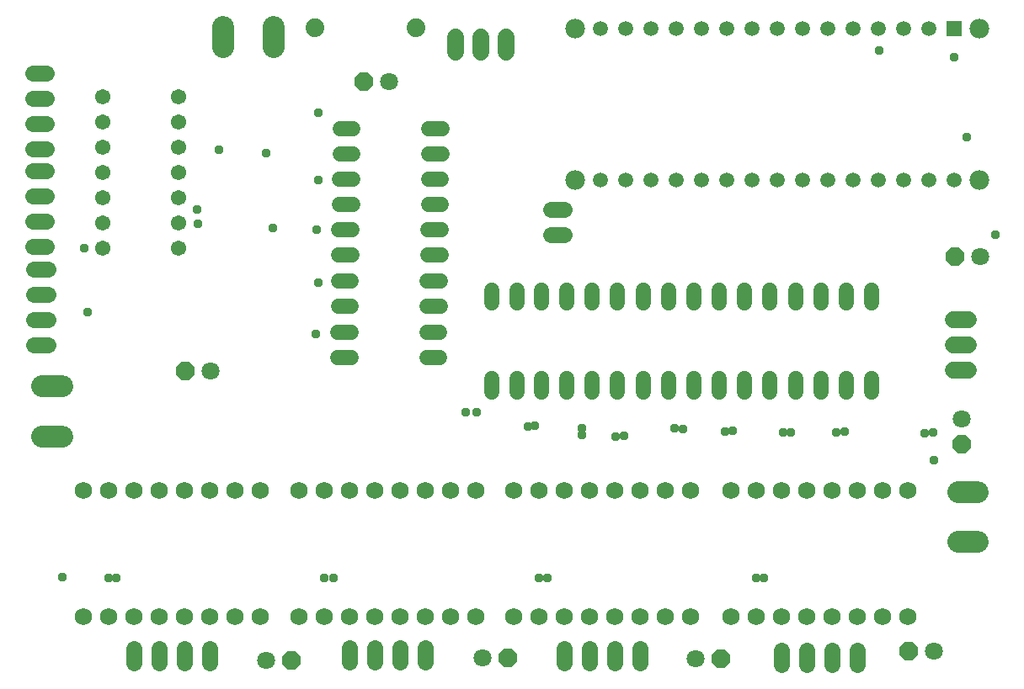
<source format=gbr>
G04 EAGLE Gerber RS-274X export*
G75*
%MOMM*%
%FSLAX34Y34*%
%LPD*%
%INSoldermask Bottom*%
%IPPOS*%
%AMOC8*
5,1,8,0,0,1.08239X$1,22.5*%
G01*
G04 Define Apertures*
%ADD10C,1.981200*%
%ADD11R,1.511200X1.511200*%
%ADD12C,1.511200*%
%ADD13C,2.184400*%
%ADD14C,1.879600*%
%ADD15C,1.727200*%
%ADD16C,1.546600*%
%ADD17C,1.727200*%
%ADD18C,1.524000*%
%ADD19C,1.625600*%
%ADD20P,1.95198X8X202.5*%
%ADD21C,1.803400*%
%ADD22P,1.95198X8X22.5*%
%ADD23P,1.95198X8X292.5*%
%ADD24C,0.959600*%
D10*
X976983Y670055D03*
D11*
X951583Y670055D03*
D12*
X926183Y670055D03*
X900783Y670055D03*
X875383Y670055D03*
X849983Y670055D03*
X824583Y670055D03*
X799183Y670055D03*
X773783Y670055D03*
X748383Y670055D03*
X722983Y670055D03*
X697583Y670055D03*
X672183Y670055D03*
X646783Y670055D03*
X621383Y670055D03*
X595983Y670055D03*
X595983Y517655D03*
X621383Y517655D03*
X646783Y517655D03*
X672183Y517655D03*
X697583Y517655D03*
X722983Y517655D03*
X748383Y517655D03*
X773783Y517655D03*
X799183Y517655D03*
X824583Y517655D03*
X849983Y517655D03*
X875383Y517655D03*
X900783Y517655D03*
X926183Y517655D03*
X951583Y517655D03*
D10*
X976983Y517655D03*
X570583Y517655D03*
X570583Y670055D03*
D13*
X955326Y153797D02*
X975138Y153797D01*
X975138Y204089D02*
X955326Y204089D01*
X266837Y651907D02*
X266837Y671719D01*
X216545Y671719D02*
X216545Y651907D01*
D14*
X308547Y670925D03*
X410147Y670925D03*
D15*
X950341Y377635D02*
X965581Y377635D01*
X965581Y352235D02*
X950341Y352235D01*
X950341Y326835D02*
X965581Y326835D01*
D16*
X95527Y601512D03*
X95527Y576112D03*
X95527Y550712D03*
X95527Y525312D03*
X95527Y499912D03*
X95527Y474512D03*
X95527Y449112D03*
X171727Y449112D03*
X171727Y474512D03*
X171727Y499912D03*
X171727Y525312D03*
X171727Y550712D03*
X171727Y576112D03*
X171727Y601512D03*
D15*
X450215Y646541D02*
X450215Y661781D01*
X475615Y661781D02*
X475615Y646541D01*
X501015Y646541D02*
X501015Y661781D01*
D17*
X253464Y205683D03*
X228064Y205683D03*
X202664Y205683D03*
X177264Y205683D03*
X151864Y205683D03*
X126464Y205683D03*
X101064Y205683D03*
X75664Y205683D03*
X75664Y78683D03*
X101064Y78683D03*
X126464Y78683D03*
X151864Y78683D03*
X177264Y78683D03*
X202664Y78683D03*
X228064Y78683D03*
X253464Y78683D03*
X470630Y205804D03*
X445230Y205804D03*
X419830Y205804D03*
X394430Y205804D03*
X369030Y205804D03*
X343630Y205804D03*
X318230Y205804D03*
X292830Y205804D03*
X292830Y78804D03*
X318230Y78804D03*
X343630Y78804D03*
X369030Y78804D03*
X394430Y78804D03*
X419830Y78804D03*
X445230Y78804D03*
X470630Y78804D03*
X686530Y205804D03*
X661130Y205804D03*
X635730Y205804D03*
X610330Y205804D03*
X584930Y205804D03*
X559530Y205804D03*
X534130Y205804D03*
X508730Y205804D03*
X508730Y78804D03*
X534130Y78804D03*
X559530Y78804D03*
X584930Y78804D03*
X610330Y78804D03*
X635730Y78804D03*
X661130Y78804D03*
X686530Y78804D03*
X904460Y205804D03*
X879060Y205804D03*
X853660Y205804D03*
X828260Y205804D03*
X802860Y205804D03*
X777460Y205804D03*
X752060Y205804D03*
X726660Y205804D03*
X726660Y78804D03*
X752060Y78804D03*
X777460Y78804D03*
X802860Y78804D03*
X828260Y78804D03*
X853660Y78804D03*
X879060Y78804D03*
X904460Y78804D03*
D18*
X562158Y393891D02*
X562158Y407099D01*
X536758Y407099D02*
X536758Y393891D01*
X536758Y317691D02*
X536758Y304483D01*
X562158Y304483D02*
X562158Y317691D01*
X435387Y442389D02*
X422179Y442389D01*
X422179Y467789D02*
X435387Y467789D01*
X345979Y467789D02*
X332771Y467789D01*
X332771Y442389D02*
X345979Y442389D01*
X423179Y543766D02*
X436387Y543766D01*
X436387Y569166D02*
X423179Y569166D01*
X346979Y569166D02*
X333771Y569166D01*
X333771Y543766D02*
X346979Y543766D01*
X421520Y390876D02*
X434728Y390876D01*
X434728Y416276D02*
X421520Y416276D01*
X345320Y416276D02*
X332112Y416276D01*
X332112Y390876D02*
X345320Y390876D01*
X664057Y393907D02*
X664057Y407115D01*
X638657Y407115D02*
X638657Y393907D01*
X638657Y317707D02*
X638657Y304499D01*
X664057Y304499D02*
X664057Y317707D01*
X434164Y338884D02*
X420956Y338884D01*
X420956Y364284D02*
X434164Y364284D01*
X344756Y364284D02*
X331548Y364284D01*
X331548Y338884D02*
X344756Y338884D01*
X422607Y493386D02*
X435815Y493386D01*
X435815Y518786D02*
X422607Y518786D01*
X346407Y518786D02*
X333199Y518786D01*
X333199Y493386D02*
X346407Y493386D01*
X766301Y407043D02*
X766301Y393835D01*
X740901Y393835D02*
X740901Y407043D01*
X740901Y317635D02*
X740901Y304427D01*
X766301Y304427D02*
X766301Y317635D01*
X868278Y393842D02*
X868278Y407050D01*
X842878Y407050D02*
X842878Y393842D01*
X842878Y317642D02*
X842878Y304434D01*
X868278Y304434D02*
X868278Y317642D01*
X511524Y393827D02*
X511524Y407035D01*
X486124Y407035D02*
X486124Y393827D01*
X486124Y317627D02*
X486124Y304419D01*
X511524Y304419D02*
X511524Y317627D01*
X613061Y393954D02*
X613061Y407162D01*
X587661Y407162D02*
X587661Y393954D01*
X587661Y317754D02*
X587661Y304546D01*
X613061Y304546D02*
X613061Y317754D01*
X715319Y393827D02*
X715319Y407035D01*
X689919Y407035D02*
X689919Y393827D01*
X689919Y317627D02*
X689919Y304419D01*
X715319Y304419D02*
X715319Y317627D01*
X817340Y393954D02*
X817340Y407162D01*
X791940Y407162D02*
X791940Y393954D01*
X791940Y317754D02*
X791940Y304546D01*
X817340Y304546D02*
X817340Y317754D01*
D19*
X126778Y46292D02*
X126778Y32068D01*
X152178Y32068D02*
X152178Y46292D01*
X177578Y46292D02*
X177578Y32068D01*
X202978Y32068D02*
X202978Y46292D01*
X38925Y526883D02*
X24701Y526883D01*
X24701Y501483D02*
X38925Y501483D01*
X38925Y476083D02*
X24701Y476083D01*
X24701Y450683D02*
X38925Y450683D01*
X40203Y428159D02*
X25979Y428159D01*
X25979Y402759D02*
X40203Y402759D01*
X40203Y377359D02*
X25979Y377359D01*
X25979Y351959D02*
X40203Y351959D01*
X343567Y46704D02*
X343567Y32480D01*
X368967Y32480D02*
X368967Y46704D01*
X394367Y46704D02*
X394367Y32480D01*
X419767Y32480D02*
X419767Y46704D01*
X559245Y46196D02*
X559245Y31972D01*
X584645Y31972D02*
X584645Y46196D01*
X610045Y46196D02*
X610045Y31972D01*
X635445Y31972D02*
X635445Y46196D01*
X778002Y44481D02*
X778002Y30257D01*
X803402Y30257D02*
X803402Y44481D01*
X828802Y44481D02*
X828802Y30257D01*
X854202Y30257D02*
X854202Y44481D01*
X559587Y462976D02*
X545363Y462976D01*
X545363Y488376D02*
X559587Y488376D01*
X38925Y625593D02*
X24701Y625593D01*
X24701Y600193D02*
X38925Y600193D01*
X38925Y574793D02*
X24701Y574793D01*
X24701Y549393D02*
X38925Y549393D01*
D20*
X952127Y441071D03*
D21*
X977527Y441071D03*
D20*
X905542Y43752D03*
D21*
X930942Y43752D03*
D22*
X284861Y34036D03*
D21*
X259461Y34036D03*
D22*
X502952Y36640D03*
D21*
X477552Y36640D03*
D22*
X717074Y36132D03*
D21*
X691674Y36132D03*
D20*
X178118Y325850D03*
D21*
X203518Y325850D03*
D20*
X357759Y616998D03*
D21*
X383159Y616998D03*
D23*
X959199Y252159D03*
D21*
X959199Y277559D03*
D13*
X54356Y310293D02*
X34544Y310293D01*
X34544Y260001D02*
X54356Y260001D01*
D24*
X76930Y448945D03*
X79978Y385223D03*
X992824Y463171D03*
X951071Y641128D03*
X875776Y648446D03*
X964025Y561118D03*
X100933Y117793D03*
X317976Y117158D03*
X534194Y117031D03*
X752062Y117158D03*
X109188Y117793D03*
X327438Y117158D03*
X542576Y117031D03*
X760063Y117348D03*
X54450Y117920D03*
X618998Y260509D03*
X529685Y270447D03*
X576675Y268155D03*
X728758Y265240D03*
X787305Y264097D03*
X841343Y264478D03*
X678529Y267526D03*
X833025Y264160D03*
X779558Y263716D03*
X720757Y264795D03*
X669989Y267748D03*
X611219Y260033D03*
X576802Y261176D03*
X522827Y270193D03*
X471456Y283909D03*
X459962Y284226D03*
X930243Y263779D03*
X921322Y263398D03*
X930688Y235839D03*
X309467Y362490D03*
X191294Y473424D03*
X266510Y469519D03*
X310198Y468186D03*
X190278Y487966D03*
X311690Y414401D03*
X259398Y544608D03*
X311785Y517906D03*
X212058Y548735D03*
X312230Y585946D03*
M02*

</source>
